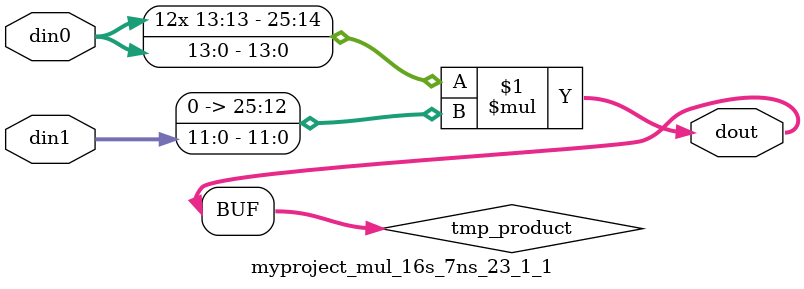
<source format=v>

`timescale 1 ns / 1 ps

  module myproject_mul_16s_7ns_23_1_1(din0, din1, dout);
parameter ID = 1;
parameter NUM_STAGE = 0;
parameter din0_WIDTH = 14;
parameter din1_WIDTH = 12;
parameter dout_WIDTH = 26;

input [din0_WIDTH - 1 : 0] din0; 
input [din1_WIDTH - 1 : 0] din1; 
output [dout_WIDTH - 1 : 0] dout;

wire signed [dout_WIDTH - 1 : 0] tmp_product;












assign tmp_product = $signed(din0) * $signed({1'b0, din1});









assign dout = tmp_product;







endmodule

</source>
